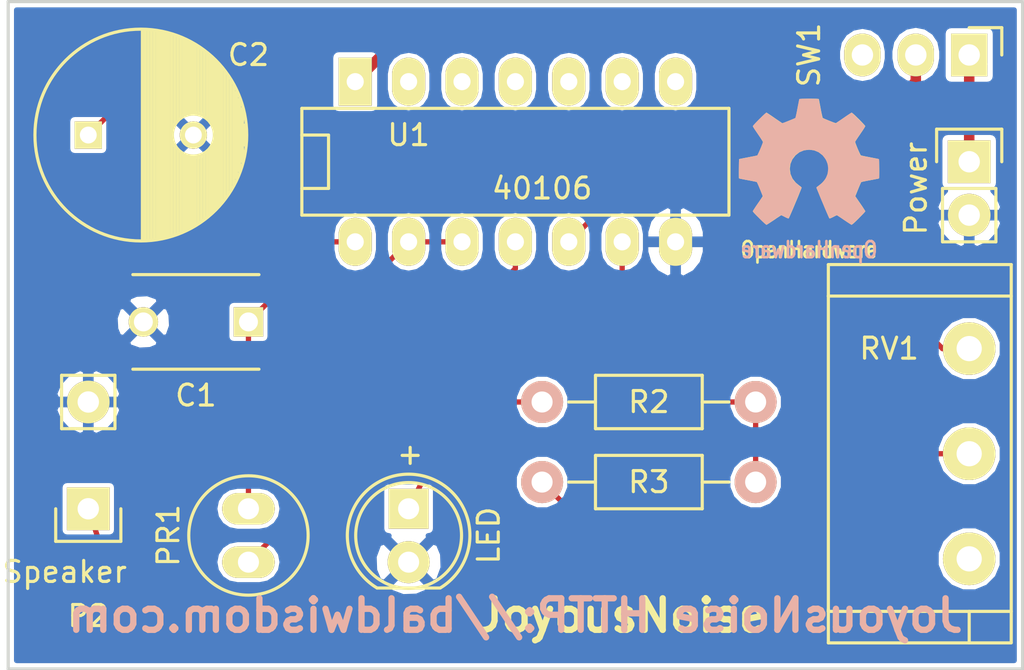
<source format=kicad_pcb>
(kicad_pcb (version 4) (host pcbnew "(2015-07-30 BZR 6023, Git cb629e0)-product")

  (general
    (links 0)
    (no_connects 0)
    (area 111.169939 50.724999 162.738334 83.15336)
    (thickness 1.6)
    (drawings 6)
    (tracks 42)
    (zones 0)
    (modules 13)
    (nets 12)
  )

  (page A4)
  (layers
    (0 F.Cu signal)
    (31 B.Cu signal hide)
    (32 B.Adhes user)
    (33 F.Adhes user)
    (34 B.Paste user)
    (35 F.Paste user)
    (36 B.SilkS user)
    (37 F.SilkS user)
    (38 B.Mask user)
    (39 F.Mask user)
    (40 Dwgs.User user)
    (41 Cmts.User user)
    (42 Eco1.User user)
    (43 Eco2.User user)
    (44 Edge.Cuts user)
    (45 Margin user)
    (46 B.CrtYd user)
    (47 F.CrtYd user)
    (48 B.Fab user)
    (49 F.Fab user)
  )

  (setup
    (last_trace_width 0.25)
    (trace_clearance 0.2)
    (zone_clearance 0.2)
    (zone_45_only no)
    (trace_min 0.2)
    (segment_width 0.2)
    (edge_width 0.15)
    (via_size 0.6)
    (via_drill 0.4)
    (via_min_size 0.4)
    (via_min_drill 0.3)
    (uvia_size 0.3)
    (uvia_drill 0.1)
    (uvias_allowed no)
    (uvia_min_size 0.2)
    (uvia_min_drill 0.1)
    (pcb_text_width 0.3)
    (pcb_text_size 1.5 1.5)
    (mod_edge_width 0.15)
    (mod_text_size 1 1)
    (mod_text_width 0.15)
    (pad_size 1.524 1.524)
    (pad_drill 0.762)
    (pad_to_mask_clearance 0.2)
    (aux_axis_origin 0 0)
    (visible_elements 7FFFFFFF)
    (pcbplotparams
      (layerselection 0x00030_80000001)
      (usegerberextensions false)
      (excludeedgelayer true)
      (linewidth 0.100000)
      (plotframeref false)
      (viasonmask false)
      (mode 1)
      (useauxorigin false)
      (hpglpennumber 1)
      (hpglpenspeed 20)
      (hpglpendiameter 15)
      (hpglpenoverlay 2)
      (psnegative false)
      (psa4output false)
      (plotreference true)
      (plotvalue false)
      (plotinvisibletext false)
      (padsonsilk false)
      (subtractmaskfromsilk false)
      (outputformat 1)
      (mirror false)
      (drillshape 0)
      (scaleselection 1)
      (outputdirectory ""))
  )

  (net 0 "")
  (net 1 "Net-(C1-Pad1)")
  (net 2 GND)
  (net 3 "Net-(C2-Pad1)")
  (net 4 "Net-(D1-Pad2)")
  (net 5 VCC)
  (net 6 "Net-(PR1-Pad1)")
  (net 7 "Net-(P1-Pad1)")
  (net 8 /OUT)
  (net 9 "Net-(R2-Pad2)")
  (net 10 "Net-(R3-Pad1)")
  (net 11 "Net-(RV1-Pad3)")

  (net_class Default "This is the default net class."
    (clearance 0.2)
    (trace_width 0.25)
    (via_dia 0.6)
    (via_drill 0.4)
    (uvia_dia 0.3)
    (uvia_drill 0.1)
    (add_net /OUT)
    (add_net "Net-(C1-Pad1)")
    (add_net "Net-(C2-Pad1)")
    (add_net "Net-(D1-Pad2)")
    (add_net "Net-(PR1-Pad1)")
    (add_net "Net-(R2-Pad2)")
    (add_net "Net-(R3-Pad1)")
    (add_net "Net-(RV1-Pad3)")
  )

  (net_class PowerNets ""
    (clearance 0.25)
    (trace_width 0.5)
    (via_dia 0.6)
    (via_drill 0.4)
    (uvia_dia 0.3)
    (uvia_drill 0.1)
    (add_net GND)
    (add_net "Net-(P1-Pad1)")
    (add_net VCC)
  )

  (module lib:OSHW_6mm (layer B.Cu) (tedit 4FDC1E18) (tstamp 56031550)
    (at 149.86 58.42 180)
    (fp_text reference G*** (at 0 -1.016 180) (layer B.SilkS) hide
      (effects (font (size 0.3048 0.3048) (thickness 0.06096)) (justify mirror))
    )
    (fp_text value LOGO (at 0 0.127 180) (layer B.SilkS) hide
      (effects (font (size 0.3048 0.3048) (thickness 0.06096)) (justify mirror))
    )
    (fp_text user OpenHardware (at 0 -4.191 180) (layer B.SilkS)
      (effects (font (size 0.762 0.6096) (thickness 0.127)) (justify mirror))
    )
    (fp_poly (pts (xy -2.02438 -2.99974) (xy -1.98882 -2.97942) (xy -1.91008 -2.93116) (xy -1.79832 -2.8575)
      (xy -1.66624 -2.77114) (xy -1.53416 -2.6797) (xy -1.42494 -2.60858) (xy -1.34874 -2.55778)
      (xy -1.31826 -2.54) (xy -1.30048 -2.54762) (xy -1.23698 -2.5781) (xy -1.14808 -2.62382)
      (xy -1.09474 -2.65176) (xy -1.01092 -2.68732) (xy -0.96774 -2.69494) (xy -0.96266 -2.68478)
      (xy -0.93218 -2.62128) (xy -0.88392 -2.51206) (xy -0.82042 -2.36728) (xy -0.74676 -2.1971)
      (xy -0.67056 -2.01422) (xy -0.59182 -1.8288) (xy -0.51816 -1.651) (xy -0.45466 -1.49098)
      (xy -0.40132 -1.3589) (xy -0.36576 -1.27) (xy -0.35306 -1.2319) (xy -0.35814 -1.22174)
      (xy -0.39878 -1.1811) (xy -0.47244 -1.12776) (xy -0.62992 -0.99822) (xy -0.7874 -0.80518)
      (xy -0.88138 -0.5842) (xy -0.9144 -0.33782) (xy -0.88646 -0.10922) (xy -0.79756 0.10922)
      (xy -0.64516 0.3048) (xy -0.45974 0.45212) (xy -0.24384 0.54356) (xy 0 0.57404)
      (xy 0.23114 0.54864) (xy 0.45466 0.45974) (xy 0.65278 0.30988) (xy 0.7366 0.21336)
      (xy 0.8509 0.01524) (xy 0.9144 -0.19812) (xy 0.92202 -0.254) (xy 0.91186 -0.48768)
      (xy 0.84328 -0.7112) (xy 0.71882 -0.91186) (xy 0.54864 -1.07696) (xy 0.52578 -1.0922)
      (xy 0.44704 -1.15316) (xy 0.3937 -1.1938) (xy 0.35052 -1.22682) (xy 0.65024 -1.94564)
      (xy 0.6985 -2.05994) (xy 0.77978 -2.25806) (xy 0.8509 -2.4257) (xy 0.90932 -2.56032)
      (xy 0.94996 -2.65176) (xy 0.96774 -2.68732) (xy 0.96774 -2.68986) (xy 0.99568 -2.69494)
      (xy 1.04902 -2.67462) (xy 1.15062 -2.62636) (xy 1.21666 -2.5908) (xy 1.29286 -2.55524)
      (xy 1.32842 -2.54) (xy 1.35636 -2.55778) (xy 1.43002 -2.6035) (xy 1.5367 -2.67462)
      (xy 1.66624 -2.76352) (xy 1.78816 -2.84734) (xy 1.89992 -2.921) (xy 1.9812 -2.97434)
      (xy 2.02184 -2.99466) (xy 2.02692 -2.99466) (xy 2.06248 -2.97434) (xy 2.12852 -2.921)
      (xy 2.22504 -2.82956) (xy 2.36474 -2.6924) (xy 2.38506 -2.66954) (xy 2.49936 -2.55524)
      (xy 2.5908 -2.45872) (xy 2.6543 -2.3876) (xy 2.67716 -2.35712) (xy 2.67716 -2.35712)
      (xy 2.65684 -2.31902) (xy 2.6035 -2.2352) (xy 2.52984 -2.1209) (xy 2.4384 -1.98882)
      (xy 2.19964 -1.64338) (xy 2.33172 -1.31572) (xy 2.37236 -1.21666) (xy 2.42316 -1.09474)
      (xy 2.46126 -1.00838) (xy 2.47904 -0.97028) (xy 2.5146 -0.95758) (xy 2.6035 -0.93726)
      (xy 2.73304 -0.90932) (xy 2.88798 -0.88138) (xy 3.0353 -0.85344) (xy 3.16738 -0.82804)
      (xy 3.2639 -0.81026) (xy 3.30708 -0.80264) (xy 3.31724 -0.79502) (xy 3.3274 -0.7747)
      (xy 3.33248 -0.72898) (xy 3.33502 -0.6477) (xy 3.33756 -0.5207) (xy 3.33756 -0.33782)
      (xy 3.33756 -0.3175) (xy 3.33502 -0.14224) (xy 3.33248 -0.00254) (xy 3.3274 0.0889)
      (xy 3.32232 0.12446) (xy 3.32232 0.12446) (xy 3.27914 0.13462) (xy 3.18516 0.15494)
      (xy 3.05308 0.18034) (xy 2.8956 0.21082) (xy 2.88544 0.21336) (xy 2.72796 0.24384)
      (xy 2.59334 0.27178) (xy 2.5019 0.2921) (xy 2.4638 0.3048) (xy 2.45364 0.31496)
      (xy 2.42316 0.37846) (xy 2.37744 0.47498) (xy 2.3241 0.59436) (xy 2.2733 0.71882)
      (xy 2.23012 0.83058) (xy 2.19964 0.9144) (xy 2.18948 0.9525) (xy 2.18948 0.9525)
      (xy 2.21488 0.9906) (xy 2.26822 1.07188) (xy 2.34442 1.18618) (xy 2.4384 1.3208)
      (xy 2.44348 1.33096) (xy 2.53492 1.46304) (xy 2.60858 1.57734) (xy 2.65684 1.65862)
      (xy 2.67716 1.69418) (xy 2.67462 1.69672) (xy 2.64668 1.73482) (xy 2.5781 1.81102)
      (xy 2.48158 1.91262) (xy 2.36474 2.032) (xy 2.32664 2.06756) (xy 2.1971 2.19456)
      (xy 2.10566 2.27838) (xy 2.04978 2.32156) (xy 2.02438 2.33172) (xy 2.02184 2.33172)
      (xy 1.9812 2.30632) (xy 1.89738 2.25044) (xy 1.78308 2.17424) (xy 1.64846 2.0828)
      (xy 1.6383 2.07518) (xy 1.50622 1.98374) (xy 1.39446 1.91008) (xy 1.31572 1.85674)
      (xy 1.28016 1.83642) (xy 1.27508 1.83642) (xy 1.2192 1.85166) (xy 1.12522 1.88468)
      (xy 1.00838 1.9304) (xy 0.88392 1.9812) (xy 0.77216 2.02692) (xy 0.68834 2.06502)
      (xy 0.65024 2.08788) (xy 0.6477 2.09042) (xy 0.635 2.13868) (xy 0.61214 2.23774)
      (xy 0.58166 2.3749) (xy 0.55118 2.54) (xy 0.5461 2.5654) (xy 0.51562 2.72542)
      (xy 0.49022 2.85496) (xy 0.47244 2.9464) (xy 0.46228 2.9845) (xy 0.43942 2.98958)
      (xy 0.36322 2.99466) (xy 0.24384 2.9972) (xy 0.1016 2.99974) (xy -0.0508 2.99974)
      (xy -0.19812 2.99466) (xy -0.32258 2.99212) (xy -0.41402 2.9845) (xy -0.45212 2.97688)
      (xy -0.45212 2.97434) (xy -0.46736 2.92608) (xy -0.48768 2.82702) (xy -0.51562 2.68732)
      (xy -0.54864 2.52476) (xy -0.55372 2.49428) (xy -0.5842 2.3368) (xy -0.6096 2.20726)
      (xy -0.62992 2.11582) (xy -0.64008 2.08026) (xy -0.65278 2.07264) (xy -0.71882 2.0447)
      (xy -0.8255 2.00152) (xy -0.95758 1.94818) (xy -1.26238 1.82372) (xy -1.6383 2.08026)
      (xy -1.67132 2.10312) (xy -1.80594 2.1971) (xy -1.9177 2.27076) (xy -1.9939 2.31902)
      (xy -2.02692 2.3368) (xy -2.02946 2.3368) (xy -2.06756 2.30378) (xy -2.14122 2.2352)
      (xy -2.24282 2.13614) (xy -2.35966 2.01676) (xy -2.44856 1.9304) (xy -2.55016 1.82626)
      (xy -2.6162 1.75514) (xy -2.65176 1.70942) (xy -2.66446 1.68148) (xy -2.66192 1.6637)
      (xy -2.63652 1.6256) (xy -2.58318 1.54178) (xy -2.50444 1.43002) (xy -2.413 1.2954)
      (xy -2.33934 1.18618) (xy -2.25806 1.05918) (xy -2.20472 0.97028) (xy -2.18694 0.9271)
      (xy -2.19202 0.90678) (xy -2.21742 0.83566) (xy -2.2606 0.7239) (xy -2.31902 0.59182)
      (xy -2.44856 0.29464) (xy -2.6416 0.25654) (xy -2.76098 0.23622) (xy -2.92608 0.2032)
      (xy -3.08356 0.17272) (xy -3.32994 0.12446) (xy -3.33756 -0.77978) (xy -3.29946 -0.79502)
      (xy -3.2639 -0.80518) (xy -3.17246 -0.8255) (xy -3.04292 -0.8509) (xy -2.88798 -0.87884)
      (xy -2.75844 -0.90424) (xy -2.62636 -0.92964) (xy -2.52984 -0.94742) (xy -2.4892 -0.95758)
      (xy -2.47904 -0.97028) (xy -2.44602 -1.03378) (xy -2.39776 -1.13538) (xy -2.34696 -1.2573)
      (xy -2.29362 -1.3843) (xy -2.2479 -1.50114) (xy -2.21488 -1.59004) (xy -2.20218 -1.6383)
      (xy -2.21996 -1.67132) (xy -2.27076 -1.75006) (xy -2.34188 -1.85928) (xy -2.43332 -1.99136)
      (xy -2.52222 -2.1209) (xy -2.59842 -2.2352) (xy -2.64922 -2.31394) (xy -2.67208 -2.35204)
      (xy -2.66192 -2.37744) (xy -2.60858 -2.44094) (xy -2.50952 -2.54254) (xy -2.3622 -2.68732)
      (xy -2.33934 -2.71018) (xy -2.2225 -2.82448) (xy -2.12344 -2.91592) (xy -2.05486 -2.97688)
      (xy -2.02438 -2.99974)) (layer B.SilkS) (width 0.00254))
  )

  (module lib:C_Disc_D6_P5 (layer F.Cu) (tedit 0) (tstamp 56030A8A)
    (at 123.19 66.04 180)
    (descr "Capacitor 6mm Disc, Pitch 5mm")
    (tags Capacitor)
    (path /56031B76)
    (fp_text reference C1 (at 2.5 -3.5 180) (layer F.SilkS)
      (effects (font (size 1 1) (thickness 0.15)))
    )
    (fp_text value C (at 2.5 3.5 180) (layer F.Fab)
      (effects (font (size 1 1) (thickness 0.15)))
    )
    (fp_line (start -0.95 -2.5) (end 5.95 -2.5) (layer F.CrtYd) (width 0.05))
    (fp_line (start 5.95 -2.5) (end 5.95 2.5) (layer F.CrtYd) (width 0.05))
    (fp_line (start 5.95 2.5) (end -0.95 2.5) (layer F.CrtYd) (width 0.05))
    (fp_line (start -0.95 2.5) (end -0.95 -2.5) (layer F.CrtYd) (width 0.05))
    (fp_line (start -0.5 -2.25) (end 5.5 -2.25) (layer F.SilkS) (width 0.15))
    (fp_line (start 5.5 2.25) (end -0.5 2.25) (layer F.SilkS) (width 0.15))
    (pad 1 thru_hole rect (at 0 0 180) (size 1.4 1.4) (drill 0.9) (layers *.Cu *.Mask F.SilkS)
      (net 1 "Net-(C1-Pad1)"))
    (pad 2 thru_hole circle (at 5 0 180) (size 1.4 1.4) (drill 0.9) (layers *.Cu *.Mask F.SilkS)
      (net 2 GND))
    (model Capacitors_ThroughHole.3dshapes/C_Disc_D6_P5.wrl
      (at (xyz 0.0984252 0 0))
      (scale (xyz 1 1 1))
      (rotate (xyz 0 0 0))
    )
  )

  (module lib:C_Radial_D10_L20_P5 (layer F.Cu) (tedit 5603109C) (tstamp 56030A95)
    (at 115.57 57.15)
    (descr "Radial Electrolytic Capacitor Diameter 10mm x Length 20mm, Pitch 5mm")
    (tags "Electrolytic Capacitor")
    (path /5603332C)
    (fp_text reference C2 (at 7.62 -3.81) (layer F.SilkS)
      (effects (font (size 1 1) (thickness 0.15)))
    )
    (fp_text value CP (at 2.5 6.3) (layer F.Fab)
      (effects (font (size 1 1) (thickness 0.15)))
    )
    (fp_line (start 2.575 -4.999) (end 2.575 4.999) (layer F.SilkS) (width 0.15))
    (fp_line (start 2.715 -4.995) (end 2.715 4.995) (layer F.SilkS) (width 0.15))
    (fp_line (start 2.855 -4.987) (end 2.855 4.987) (layer F.SilkS) (width 0.15))
    (fp_line (start 2.995 -4.975) (end 2.995 4.975) (layer F.SilkS) (width 0.15))
    (fp_line (start 3.135 -4.96) (end 3.135 4.96) (layer F.SilkS) (width 0.15))
    (fp_line (start 3.275 -4.94) (end 3.275 4.94) (layer F.SilkS) (width 0.15))
    (fp_line (start 3.415 -4.916) (end 3.415 4.916) (layer F.SilkS) (width 0.15))
    (fp_line (start 3.555 -4.887) (end 3.555 4.887) (layer F.SilkS) (width 0.15))
    (fp_line (start 3.695 -4.855) (end 3.695 4.855) (layer F.SilkS) (width 0.15))
    (fp_line (start 3.835 -4.818) (end 3.835 4.818) (layer F.SilkS) (width 0.15))
    (fp_line (start 3.975 -4.777) (end 3.975 4.777) (layer F.SilkS) (width 0.15))
    (fp_line (start 4.115 -4.732) (end 4.115 -0.466) (layer F.SilkS) (width 0.15))
    (fp_line (start 4.115 0.466) (end 4.115 4.732) (layer F.SilkS) (width 0.15))
    (fp_line (start 4.255 -4.682) (end 4.255 -0.667) (layer F.SilkS) (width 0.15))
    (fp_line (start 4.255 0.667) (end 4.255 4.682) (layer F.SilkS) (width 0.15))
    (fp_line (start 4.395 -4.627) (end 4.395 -0.796) (layer F.SilkS) (width 0.15))
    (fp_line (start 4.395 0.796) (end 4.395 4.627) (layer F.SilkS) (width 0.15))
    (fp_line (start 4.535 -4.567) (end 4.535 -0.885) (layer F.SilkS) (width 0.15))
    (fp_line (start 4.535 0.885) (end 4.535 4.567) (layer F.SilkS) (width 0.15))
    (fp_line (start 4.675 -4.502) (end 4.675 -0.946) (layer F.SilkS) (width 0.15))
    (fp_line (start 4.675 0.946) (end 4.675 4.502) (layer F.SilkS) (width 0.15))
    (fp_line (start 4.815 -4.432) (end 4.815 -0.983) (layer F.SilkS) (width 0.15))
    (fp_line (start 4.815 0.983) (end 4.815 4.432) (layer F.SilkS) (width 0.15))
    (fp_line (start 4.955 -4.356) (end 4.955 -0.999) (layer F.SilkS) (width 0.15))
    (fp_line (start 4.955 0.999) (end 4.955 4.356) (layer F.SilkS) (width 0.15))
    (fp_line (start 5.095 -4.274) (end 5.095 -0.995) (layer F.SilkS) (width 0.15))
    (fp_line (start 5.095 0.995) (end 5.095 4.274) (layer F.SilkS) (width 0.15))
    (fp_line (start 5.235 -4.186) (end 5.235 -0.972) (layer F.SilkS) (width 0.15))
    (fp_line (start 5.235 0.972) (end 5.235 4.186) (layer F.SilkS) (width 0.15))
    (fp_line (start 5.375 -4.091) (end 5.375 -0.927) (layer F.SilkS) (width 0.15))
    (fp_line (start 5.375 0.927) (end 5.375 4.091) (layer F.SilkS) (width 0.15))
    (fp_line (start 5.515 -3.989) (end 5.515 -0.857) (layer F.SilkS) (width 0.15))
    (fp_line (start 5.515 0.857) (end 5.515 3.989) (layer F.SilkS) (width 0.15))
    (fp_line (start 5.655 -3.879) (end 5.655 -0.756) (layer F.SilkS) (width 0.15))
    (fp_line (start 5.655 0.756) (end 5.655 3.879) (layer F.SilkS) (width 0.15))
    (fp_line (start 5.795 -3.761) (end 5.795 -0.607) (layer F.SilkS) (width 0.15))
    (fp_line (start 5.795 0.607) (end 5.795 3.761) (layer F.SilkS) (width 0.15))
    (fp_line (start 5.935 -3.633) (end 5.935 -0.355) (layer F.SilkS) (width 0.15))
    (fp_line (start 5.935 0.355) (end 5.935 3.633) (layer F.SilkS) (width 0.15))
    (fp_line (start 6.075 -3.496) (end 6.075 3.496) (layer F.SilkS) (width 0.15))
    (fp_line (start 6.215 -3.346) (end 6.215 3.346) (layer F.SilkS) (width 0.15))
    (fp_line (start 6.355 -3.184) (end 6.355 3.184) (layer F.SilkS) (width 0.15))
    (fp_line (start 6.495 -3.007) (end 6.495 3.007) (layer F.SilkS) (width 0.15))
    (fp_line (start 6.635 -2.811) (end 6.635 2.811) (layer F.SilkS) (width 0.15))
    (fp_line (start 6.775 -2.593) (end 6.775 2.593) (layer F.SilkS) (width 0.15))
    (fp_line (start 6.915 -2.347) (end 6.915 2.347) (layer F.SilkS) (width 0.15))
    (fp_line (start 7.055 -2.062) (end 7.055 2.062) (layer F.SilkS) (width 0.15))
    (fp_line (start 7.195 -1.72) (end 7.195 1.72) (layer F.SilkS) (width 0.15))
    (fp_line (start 7.335 -1.274) (end 7.335 1.274) (layer F.SilkS) (width 0.15))
    (fp_line (start 7.475 -0.499) (end 7.475 0.499) (layer F.SilkS) (width 0.15))
    (fp_circle (center 5 0) (end 5 -1) (layer F.SilkS) (width 0.15))
    (fp_circle (center 2.5 0) (end 2.5 -5.0375) (layer F.SilkS) (width 0.15))
    (fp_circle (center 2.5 0) (end 2.5 -5.3) (layer F.CrtYd) (width 0.05))
    (pad 1 thru_hole rect (at 0 0) (size 1.3 1.3) (drill 0.8) (layers *.Cu *.Mask F.SilkS)
      (net 3 "Net-(C2-Pad1)"))
    (pad 2 thru_hole circle (at 5 0) (size 1.3 1.3) (drill 0.8) (layers *.Cu *.Mask F.SilkS)
      (net 2 GND))
    (model Capacitors_ThroughHole.3dshapes/C_Radial_D10_L20_P5.wrl
      (at (xyz 0 0 0))
      (scale (xyz 1 1 1))
      (rotate (xyz 0 0 0))
    )
  )

  (module lib:LED-5MM (layer F.Cu) (tedit 560310AD) (tstamp 56030ACF)
    (at 130.81 77.47 90)
    (descr "LED 5mm round vertical")
    (tags "LED 5mm round vertical")
    (path /5603397D)
    (fp_text reference D1 (at 1.524 4.064 180) (layer F.SilkS) hide
      (effects (font (size 1 1) (thickness 0.15)))
    )
    (fp_text value LED (at 1.27 3.81 90) (layer F.SilkS)
      (effects (font (size 1 1) (thickness 0.15)))
    )
    (fp_text user + (at 5.08 0 90) (layer F.SilkS)
      (effects (font (size 1 1) (thickness 0.15)))
    )
    (fp_line (start -1.5 -1.55) (end -1.5 1.55) (layer F.CrtYd) (width 0.05))
    (fp_arc (start 1.3 0) (end -1.5 1.55) (angle -302) (layer F.CrtYd) (width 0.05))
    (fp_arc (start 1.27 0) (end -1.23 -1.5) (angle 297.5) (layer F.SilkS) (width 0.15))
    (fp_line (start -1.23 1.5) (end -1.23 -1.5) (layer F.SilkS) (width 0.15))
    (fp_circle (center 1.27 0) (end 0.97 -2.5) (layer F.SilkS) (width 0.15))
    (pad 1 thru_hole circle (at 0 0 180) (size 2 2) (drill 1.00076) (layers *.Cu *.Mask F.SilkS)
      (net 2 GND))
    (pad 2 thru_hole rect (at 2.54 0 90) (size 1.9 1.9) (drill 1.00076) (layers *.Cu *.Mask F.SilkS)
      (net 4 "Net-(D1-Pad2)"))
    (model LEDs.3dshapes/LED-5MM.wrl
      (at (xyz 0.05 0 0))
      (scale (xyz 1 1 1))
      (rotate (xyz 0 0 90))
    )
  )

  (module lib:Pin_Header_Straight_1x02 (layer F.Cu) (tedit 56031224) (tstamp 56030ADA)
    (at 157.48 58.42)
    (descr "Through hole pin header")
    (tags "pin header")
    (path /56033CA4)
    (fp_text reference P1 (at 0 -5.1) (layer F.SilkS)
      (effects (font (size 1 1) (thickness 0.15)))
    )
    (fp_text value Power (at -2.54 1.27 90) (layer F.SilkS)
      (effects (font (size 1 1) (thickness 0.15)))
    )
    (fp_line (start 1.27 1.27) (end 1.27 3.81) (layer F.SilkS) (width 0.15))
    (fp_line (start 1.55 -1.55) (end 1.55 0) (layer F.SilkS) (width 0.15))
    (fp_line (start -1.75 -1.75) (end -1.75 4.3) (layer F.CrtYd) (width 0.05))
    (fp_line (start 1.75 -1.75) (end 1.75 4.3) (layer F.CrtYd) (width 0.05))
    (fp_line (start -1.75 -1.75) (end 1.75 -1.75) (layer F.CrtYd) (width 0.05))
    (fp_line (start -1.75 4.3) (end 1.75 4.3) (layer F.CrtYd) (width 0.05))
    (fp_line (start 1.27 1.27) (end -1.27 1.27) (layer F.SilkS) (width 0.15))
    (fp_line (start -1.55 0) (end -1.55 -1.55) (layer F.SilkS) (width 0.15))
    (fp_line (start -1.55 -1.55) (end 1.55 -1.55) (layer F.SilkS) (width 0.15))
    (fp_line (start -1.27 1.27) (end -1.27 3.81) (layer F.SilkS) (width 0.15))
    (fp_line (start -1.27 3.81) (end 1.27 3.81) (layer F.SilkS) (width 0.15))
    (pad 1 thru_hole rect (at 0 0) (size 2.032 2.032) (drill 1.016) (layers *.Cu *.Mask F.SilkS)
      (net 7 "Net-(P1-Pad1)"))
    (pad 2 thru_hole oval (at 0 2.54) (size 2.032 2.032) (drill 1.016) (layers *.Cu *.Mask F.SilkS)
      (net 2 GND))
    (model Pin_Headers.3dshapes/Pin_Header_Straight_1x02.wrl
      (at (xyz 0 -0.05 0))
      (scale (xyz 1 1 1))
      (rotate (xyz 0 0 90))
    )
  )

  (module lib:Speaker_conn (layer F.Cu) (tedit 5602B96A) (tstamp 56030ADF)
    (at 115.57 74.93 180)
    (descr "Through hole pin header")
    (tags "pin header")
    (path /560326C5)
    (fp_text reference P2 (at 0 -5.1 180) (layer F.SilkS)
      (effects (font (size 1 1) (thickness 0.15)))
    )
    (fp_text value Speaker (at 1.12268 -3.00228 180) (layer F.SilkS)
      (effects (font (size 1 1) (thickness 0.15)))
    )
    (fp_line (start 1.27 3.81) (end 1.27 6.35) (layer F.SilkS) (width 0.15))
    (fp_line (start 1.55 -1.55) (end 1.55 0) (layer F.SilkS) (width 0.15))
    (fp_line (start -1.75 -1.75) (end -1.75 6.84) (layer F.CrtYd) (width 0.05))
    (fp_line (start 1.75 -1.75) (end 1.75 6.84) (layer F.CrtYd) (width 0.05))
    (fp_line (start -1.75 -1.75) (end 1.75 -1.75) (layer F.CrtYd) (width 0.05))
    (fp_line (start -1.75 6.84) (end 1.75 6.84) (layer F.CrtYd) (width 0.05))
    (fp_line (start 1.27 3.81) (end -1.27 3.81) (layer F.SilkS) (width 0.15))
    (fp_line (start -1.55 0) (end -1.55 -1.55) (layer F.SilkS) (width 0.15))
    (fp_line (start -1.55 -1.55) (end 1.55 -1.55) (layer F.SilkS) (width 0.15))
    (fp_line (start -1.27 3.81) (end -1.27 6.35) (layer F.SilkS) (width 0.15))
    (fp_line (start -1.27 6.35) (end 1.27 6.35) (layer F.SilkS) (width 0.15))
    (pad 1 thru_hole rect (at 0 0 180) (size 2.032 2.032) (drill 1.016) (layers *.Cu *.Mask F.SilkS)
      (net 8 /OUT))
    (pad 2 thru_hole oval (at 0 5.08 180) (size 2.032 2.032) (drill 1.016) (layers *.Cu *.Mask F.SilkS)
      (net 2 GND))
    (model Pin_Headers.3dshapes/Pin_Header_Straight_1x02.wrl
      (at (xyz 0 -0.05 0))
      (scale (xyz 1 1 1))
      (rotate (xyz 0 0 90))
    )
  )

  (module lib:PhotoResistor (layer F.Cu) (tedit 5603102D) (tstamp 56030AEF)
    (at 123.19 76.2 90)
    (descr "Resistor, TO-220, Vertical,")
    (tags "Resistor, TO-220, Vertical,")
    (path /56031ADB)
    (fp_text reference PR1 (at 0 -3.81 90) (layer F.SilkS)
      (effects (font (size 1 1) (thickness 0.15)))
    )
    (fp_text value Photores (at 0 3.81 90) (layer F.Fab) hide
      (effects (font (size 1 1) (thickness 0.15)))
    )
    (fp_circle (center 0 0) (end -2.54 1.27) (layer F.SilkS) (width 0.15))
    (pad 1 thru_hole oval (at -1.27 0 180) (size 2.49936 1.50114) (drill 1.00076) (layers *.Cu *.Mask F.SilkS)
      (net 6 "Net-(PR1-Pad1)"))
    (pad 2 thru_hole oval (at 1.27 0 180) (size 2.49936 1.50114) (drill 1.00076) (layers *.Cu *.Mask F.SilkS)
      (net 1 "Net-(C1-Pad1)"))
  )

  (module lib:Resistor_Horizontal_RM10mm (layer F.Cu) (tedit 5603107D) (tstamp 56030AF5)
    (at 142.24 69.85)
    (descr "Resistor, Axial,  RM 10mm, 1/3W,")
    (tags "Resistor, Axial, RM 10mm, 1/3W,")
    (path /5603315B)
    (fp_text reference R2 (at 0 0) (layer F.SilkS)
      (effects (font (size 1 1) (thickness 0.15)))
    )
    (fp_text value R (at 3.81 1.27) (layer F.Fab) hide
      (effects (font (size 1 1) (thickness 0.15)))
    )
    (fp_line (start -2.54 -1.27) (end 2.54 -1.27) (layer F.SilkS) (width 0.15))
    (fp_line (start 2.54 -1.27) (end 2.54 1.27) (layer F.SilkS) (width 0.15))
    (fp_line (start 2.54 1.27) (end -2.54 1.27) (layer F.SilkS) (width 0.15))
    (fp_line (start -2.54 1.27) (end -2.54 -1.27) (layer F.SilkS) (width 0.15))
    (fp_line (start -2.54 0) (end -3.81 0) (layer F.SilkS) (width 0.15))
    (fp_line (start 2.54 0) (end 3.81 0) (layer F.SilkS) (width 0.15))
    (pad 1 thru_hole circle (at -5.08 0) (size 1.99898 1.99898) (drill 1.00076) (layers *.Cu *.SilkS *.Mask)
      (net 4 "Net-(D1-Pad2)"))
    (pad 2 thru_hole circle (at 5.08 0) (size 1.99898 1.99898) (drill 1.00076) (layers *.Cu *.SilkS *.Mask)
      (net 9 "Net-(R2-Pad2)"))
    (model Resistors_ThroughHole.3dshapes/Resistor_Horizontal_RM10mm.wrl
      (at (xyz 0 0 0))
      (scale (xyz 0.4 0.4 0.4))
      (rotate (xyz 0 0 0))
    )
  )

  (module lib:Resistor_Horizontal_RM10mm (layer F.Cu) (tedit 56031074) (tstamp 56030B0B)
    (at 142.24 73.66)
    (descr "Resistor, Axial,  RM 10mm, 1/3W,")
    (tags "Resistor, Axial, RM 10mm, 1/3W,")
    (path /560330E2)
    (fp_text reference R3 (at 0 0) (layer F.SilkS)
      (effects (font (size 1 1) (thickness 0.15)))
    )
    (fp_text value R (at 3.81 1.27) (layer F.Fab) hide
      (effects (font (size 1 1) (thickness 0.15)))
    )
    (fp_line (start -2.54 -1.27) (end 2.54 -1.27) (layer F.SilkS) (width 0.15))
    (fp_line (start 2.54 -1.27) (end 2.54 1.27) (layer F.SilkS) (width 0.15))
    (fp_line (start 2.54 1.27) (end -2.54 1.27) (layer F.SilkS) (width 0.15))
    (fp_line (start -2.54 1.27) (end -2.54 -1.27) (layer F.SilkS) (width 0.15))
    (fp_line (start -2.54 0) (end -3.81 0) (layer F.SilkS) (width 0.15))
    (fp_line (start 2.54 0) (end 3.81 0) (layer F.SilkS) (width 0.15))
    (pad 1 thru_hole circle (at -5.08 0) (size 1.99898 1.99898) (drill 1.00076) (layers *.Cu *.SilkS *.Mask)
      (net 10 "Net-(R3-Pad1)"))
    (pad 2 thru_hole circle (at 5.08 0) (size 1.99898 1.99898) (drill 1.00076) (layers *.Cu *.SilkS *.Mask)
      (net 9 "Net-(R2-Pad2)"))
    (model Resistors_ThroughHole.3dshapes/Resistor_Horizontal_RM10mm.wrl
      (at (xyz 0 0 0))
      (scale (xyz 0.4 0.4 0.4))
      (rotate (xyz 0 0 0))
    )
  )

  (module lib:Potentiometer_Alps-RK16-single (layer F.Cu) (tedit 560310B9) (tstamp 56030B1C)
    (at 157.48 67.31)
    (descr "Potentiometer, Alps, RK16, single, RevA, 30 July 2010,")
    (tags "Potentiometer, Alps, RK16, single, RevA, 30 July 2010,")
    (path /56032CA1)
    (fp_text reference RV1 (at -3.81 0) (layer F.SilkS)
      (effects (font (size 1 1) (thickness 0.15)))
    )
    (fp_text value POT (at -0.85598 14.81836) (layer F.Fab) hide
      (effects (font (size 1 1) (thickness 0.15)))
    )
    (fp_line (start 2 13.97) (end 2 -3.99796) (layer F.SilkS) (width 0.15))
    (fp_line (start 0 14.00048) (end -6.70052 14.00048) (layer F.SilkS) (width 0.15))
    (fp_line (start -6.70052 14.00048) (end -6.70052 12.40028) (layer F.SilkS) (width 0.15))
    (fp_line (start 2 -3.99796) (end -6.70052 -3.99796) (layer F.SilkS) (width 0.15))
    (fp_line (start -6.70052 -3.99796) (end -6.70052 -2.49936) (layer F.SilkS) (width 0.15))
    (fp_line (start 2 14.00048) (end 0 14.00048) (layer F.SilkS) (width 0.15))
    (fp_line (start 0 14.00048) (end 0 12.50188) (layer F.SilkS) (width 0.15))
    (fp_line (start 2 -2.49936) (end -6.70052 -2.49936) (layer F.SilkS) (width 0.15))
    (fp_line (start -6.70052 -2.49936) (end -6.70052 12.50188) (layer F.SilkS) (width 0.15))
    (fp_line (start -6.70052 12.50188) (end 2 12.50188) (layer F.SilkS) (width 0.15))
    (pad 2 thru_hole circle (at 0 5.00126) (size 2.49936 2.49936) (drill 1.19888) (layers *.Cu *.Mask F.SilkS)
      (net 10 "Net-(R3-Pad1)"))
    (pad 3 thru_hole circle (at 0 10.00252) (size 2.49936 2.49936) (drill 1.19888) (layers *.Cu *.Mask F.SilkS)
      (net 11 "Net-(RV1-Pad3)"))
    (pad 1 thru_hole circle (at 0 0) (size 2.49936 2.49936) (drill 1.19888) (layers *.Cu *.Mask F.SilkS)
      (net 3 "Net-(C2-Pad1)"))
  )

  (module lib:SM_SlideSW (layer F.Cu) (tedit 560310DD) (tstamp 56030B29)
    (at 157.48 53.34 270)
    (descr "Through hole pin header")
    (tags "pin header")
    (path /56034649)
    (fp_text reference SW1 (at 0 7.62 270) (layer F.SilkS)
      (effects (font (size 1 1) (thickness 0.15)))
    )
    (fp_text value SPST (at 0 -3.1 270) (layer F.Fab) hide
      (effects (font (size 1 1) (thickness 0.15)))
    )
    (fp_line (start 1.5 -1.75) (end 1.5 6.8326) (layer F.CrtYd) (width 0.05))
    (fp_line (start -1.5 -1.75) (end -1.5 6.85) (layer F.CrtYd) (width 0.05))
    (fp_line (start -1.5 -1.75) (end 1.5 -1.75) (layer F.CrtYd) (width 0.05))
    (fp_line (start -1.5 6.85) (end 1.5 6.85) (layer F.CrtYd) (width 0.05))
    (fp_line (start -1.3 -1.55) (end -1.3 0) (layer F.SilkS) (width 0.15))
    (fp_line (start 0 -1.55) (end -1.3 -1.55) (layer F.SilkS) (width 0.15))
    (pad 1 thru_hole rect (at 0 0 270) (size 2.032 1.7272) (drill 1.016) (layers *.Cu *.Mask F.SilkS)
      (net 7 "Net-(P1-Pad1)"))
    (pad 2 thru_hole oval (at 0 2.54 270) (size 2.032 1.7272) (drill 1.016) (layers *.Cu *.Mask F.SilkS)
      (net 5 VCC))
    (pad 3 thru_hole oval (at 0 5.08 270) (size 2.032 1.7272) (drill 1.016) (layers *.Cu *.Mask F.SilkS))
    (model Pin_Headers.3dshapes/Pin_Header_Angled_1x03.wrl
      (at (xyz 0 -0.1 0))
      (scale (xyz 1 1 1))
      (rotate (xyz 0 0 90))
    )
  )

  (module lib:DIP-14__300_ELL (layer F.Cu) (tedit 56031090) (tstamp 56030B2A)
    (at 135.89 58.42)
    (descr "14 pins DIL package, elliptical pads")
    (tags DIL)
    (path /56031A71)
    (fp_text reference U1 (at -5.08 -1.27) (layer F.SilkS)
      (effects (font (size 1 1) (thickness 0.15)))
    )
    (fp_text value 40106 (at 1.27 1.27) (layer F.SilkS)
      (effects (font (size 1 1) (thickness 0.15)))
    )
    (fp_line (start -10.16 -2.54) (end 10.16 -2.54) (layer F.SilkS) (width 0.15))
    (fp_line (start 10.16 2.54) (end -10.16 2.54) (layer F.SilkS) (width 0.15))
    (fp_line (start -10.16 2.54) (end -10.16 -2.54) (layer F.SilkS) (width 0.15))
    (fp_line (start -10.16 -1.27) (end -8.89 -1.27) (layer F.SilkS) (width 0.15))
    (fp_line (start -8.89 -1.27) (end -8.89 1.27) (layer F.SilkS) (width 0.15))
    (fp_line (start -8.89 1.27) (end -10.16 1.27) (layer F.SilkS) (width 0.15))
    (fp_line (start 10.16 -2.54) (end 10.16 2.54) (layer F.SilkS) (width 0.15))
    (pad 1 thru_hole oval (at -7.62 3.81) (size 1.5748 2.286) (drill 0.8128) (layers *.Cu *.Mask F.SilkS)
      (net 1 "Net-(C1-Pad1)"))
    (pad 2 thru_hole oval (at -5.08 3.81) (size 1.5748 2.286) (drill 0.8128) (layers *.Cu *.Mask F.SilkS)
      (net 6 "Net-(PR1-Pad1)"))
    (pad 3 thru_hole oval (at -2.54 3.81) (size 1.5748 2.286) (drill 0.8128) (layers *.Cu *.Mask F.SilkS)
      (net 6 "Net-(PR1-Pad1)"))
    (pad 4 thru_hole oval (at 0 3.81) (size 1.5748 2.286) (drill 0.8128) (layers *.Cu *.Mask F.SilkS)
      (net 8 /OUT))
    (pad 5 thru_hole oval (at 2.54 3.81) (size 1.5748 2.286) (drill 0.8128) (layers *.Cu *.Mask F.SilkS)
      (net 3 "Net-(C2-Pad1)"))
    (pad 6 thru_hole oval (at 5.08 3.81) (size 1.5748 2.286) (drill 0.8128) (layers *.Cu *.Mask F.SilkS)
      (net 9 "Net-(R2-Pad2)"))
    (pad 7 thru_hole oval (at 7.62 3.81) (size 1.5748 2.286) (drill 0.8128) (layers *.Cu *.Mask F.SilkS)
      (net 2 GND))
    (pad 8 thru_hole oval (at 7.62 -3.81) (size 1.5748 2.286) (drill 0.8128) (layers *.Cu *.Mask F.SilkS))
    (pad 9 thru_hole oval (at 5.08 -3.81) (size 1.5748 2.286) (drill 0.8128) (layers *.Cu *.Mask F.SilkS))
    (pad 10 thru_hole oval (at 2.54 -3.81) (size 1.5748 2.286) (drill 0.8128) (layers *.Cu *.Mask F.SilkS))
    (pad 11 thru_hole oval (at 0 -3.81) (size 1.5748 2.286) (drill 0.8128) (layers *.Cu *.Mask F.SilkS))
    (pad 12 thru_hole oval (at -2.54 -3.81) (size 1.5748 2.286) (drill 0.8128) (layers *.Cu *.Mask F.SilkS))
    (pad 13 thru_hole oval (at -5.08 -3.81) (size 1.5748 2.286) (drill 0.8128) (layers *.Cu *.Mask F.SilkS))
    (pad 14 thru_hole rect (at -7.62 -3.81) (size 1.5748 2.286) (drill 0.8128) (layers *.Cu *.Mask F.SilkS)
      (net 5 VCC))
    (model Sockets_DIP.3dshapes/DIP-14__300_ELL.wrl
      (at (xyz 0 0 0))
      (scale (xyz 1 1 1))
      (rotate (xyz 0 0 0))
    )
  )

  (module lib:OSHW_6mm (layer F.Cu) (tedit 4FDC1E18) (tstamp 56031544)
    (at 149.86 58.42)
    (fp_text reference G*** (at 0 1.016) (layer F.SilkS) hide
      (effects (font (size 0.3048 0.3048) (thickness 0.06096)))
    )
    (fp_text value LOGO (at 0 -0.127) (layer F.SilkS) hide
      (effects (font (size 0.3048 0.3048) (thickness 0.06096)))
    )
    (fp_text user OpenHardware (at 0 4.191) (layer F.SilkS)
      (effects (font (size 0.762 0.6096) (thickness 0.127)))
    )
    (fp_poly (pts (xy -2.02438 2.99974) (xy -1.98882 2.97942) (xy -1.91008 2.93116) (xy -1.79832 2.8575)
      (xy -1.66624 2.77114) (xy -1.53416 2.6797) (xy -1.42494 2.60858) (xy -1.34874 2.55778)
      (xy -1.31826 2.54) (xy -1.30048 2.54762) (xy -1.23698 2.5781) (xy -1.14808 2.62382)
      (xy -1.09474 2.65176) (xy -1.01092 2.68732) (xy -0.96774 2.69494) (xy -0.96266 2.68478)
      (xy -0.93218 2.62128) (xy -0.88392 2.51206) (xy -0.82042 2.36728) (xy -0.74676 2.1971)
      (xy -0.67056 2.01422) (xy -0.59182 1.8288) (xy -0.51816 1.651) (xy -0.45466 1.49098)
      (xy -0.40132 1.3589) (xy -0.36576 1.27) (xy -0.35306 1.2319) (xy -0.35814 1.22174)
      (xy -0.39878 1.1811) (xy -0.47244 1.12776) (xy -0.62992 0.99822) (xy -0.7874 0.80518)
      (xy -0.88138 0.5842) (xy -0.9144 0.33782) (xy -0.88646 0.10922) (xy -0.79756 -0.10922)
      (xy -0.64516 -0.3048) (xy -0.45974 -0.45212) (xy -0.24384 -0.54356) (xy 0 -0.57404)
      (xy 0.23114 -0.54864) (xy 0.45466 -0.45974) (xy 0.65278 -0.30988) (xy 0.7366 -0.21336)
      (xy 0.8509 -0.01524) (xy 0.9144 0.19812) (xy 0.92202 0.254) (xy 0.91186 0.48768)
      (xy 0.84328 0.7112) (xy 0.71882 0.91186) (xy 0.54864 1.07696) (xy 0.52578 1.0922)
      (xy 0.44704 1.15316) (xy 0.3937 1.1938) (xy 0.35052 1.22682) (xy 0.65024 1.94564)
      (xy 0.6985 2.05994) (xy 0.77978 2.25806) (xy 0.8509 2.4257) (xy 0.90932 2.56032)
      (xy 0.94996 2.65176) (xy 0.96774 2.68732) (xy 0.96774 2.68986) (xy 0.99568 2.69494)
      (xy 1.04902 2.67462) (xy 1.15062 2.62636) (xy 1.21666 2.5908) (xy 1.29286 2.55524)
      (xy 1.32842 2.54) (xy 1.35636 2.55778) (xy 1.43002 2.6035) (xy 1.5367 2.67462)
      (xy 1.66624 2.76352) (xy 1.78816 2.84734) (xy 1.89992 2.921) (xy 1.9812 2.97434)
      (xy 2.02184 2.99466) (xy 2.02692 2.99466) (xy 2.06248 2.97434) (xy 2.12852 2.921)
      (xy 2.22504 2.82956) (xy 2.36474 2.6924) (xy 2.38506 2.66954) (xy 2.49936 2.55524)
      (xy 2.5908 2.45872) (xy 2.6543 2.3876) (xy 2.67716 2.35712) (xy 2.67716 2.35712)
      (xy 2.65684 2.31902) (xy 2.6035 2.2352) (xy 2.52984 2.1209) (xy 2.4384 1.98882)
      (xy 2.19964 1.64338) (xy 2.33172 1.31572) (xy 2.37236 1.21666) (xy 2.42316 1.09474)
      (xy 2.46126 1.00838) (xy 2.47904 0.97028) (xy 2.5146 0.95758) (xy 2.6035 0.93726)
      (xy 2.73304 0.90932) (xy 2.88798 0.88138) (xy 3.0353 0.85344) (xy 3.16738 0.82804)
      (xy 3.2639 0.81026) (xy 3.30708 0.80264) (xy 3.31724 0.79502) (xy 3.3274 0.7747)
      (xy 3.33248 0.72898) (xy 3.33502 0.6477) (xy 3.33756 0.5207) (xy 3.33756 0.33782)
      (xy 3.33756 0.3175) (xy 3.33502 0.14224) (xy 3.33248 0.00254) (xy 3.3274 -0.0889)
      (xy 3.32232 -0.12446) (xy 3.32232 -0.12446) (xy 3.27914 -0.13462) (xy 3.18516 -0.15494)
      (xy 3.05308 -0.18034) (xy 2.8956 -0.21082) (xy 2.88544 -0.21336) (xy 2.72796 -0.24384)
      (xy 2.59334 -0.27178) (xy 2.5019 -0.2921) (xy 2.4638 -0.3048) (xy 2.45364 -0.31496)
      (xy 2.42316 -0.37846) (xy 2.37744 -0.47498) (xy 2.3241 -0.59436) (xy 2.2733 -0.71882)
      (xy 2.23012 -0.83058) (xy 2.19964 -0.9144) (xy 2.18948 -0.9525) (xy 2.18948 -0.9525)
      (xy 2.21488 -0.9906) (xy 2.26822 -1.07188) (xy 2.34442 -1.18618) (xy 2.4384 -1.3208)
      (xy 2.44348 -1.33096) (xy 2.53492 -1.46304) (xy 2.60858 -1.57734) (xy 2.65684 -1.65862)
      (xy 2.67716 -1.69418) (xy 2.67462 -1.69672) (xy 2.64668 -1.73482) (xy 2.5781 -1.81102)
      (xy 2.48158 -1.91262) (xy 2.36474 -2.032) (xy 2.32664 -2.06756) (xy 2.1971 -2.19456)
      (xy 2.10566 -2.27838) (xy 2.04978 -2.32156) (xy 2.02438 -2.33172) (xy 2.02184 -2.33172)
      (xy 1.9812 -2.30632) (xy 1.89738 -2.25044) (xy 1.78308 -2.17424) (xy 1.64846 -2.0828)
      (xy 1.6383 -2.07518) (xy 1.50622 -1.98374) (xy 1.39446 -1.91008) (xy 1.31572 -1.85674)
      (xy 1.28016 -1.83642) (xy 1.27508 -1.83642) (xy 1.2192 -1.85166) (xy 1.12522 -1.88468)
      (xy 1.00838 -1.9304) (xy 0.88392 -1.9812) (xy 0.77216 -2.02692) (xy 0.68834 -2.06502)
      (xy 0.65024 -2.08788) (xy 0.6477 -2.09042) (xy 0.635 -2.13868) (xy 0.61214 -2.23774)
      (xy 0.58166 -2.3749) (xy 0.55118 -2.54) (xy 0.5461 -2.5654) (xy 0.51562 -2.72542)
      (xy 0.49022 -2.85496) (xy 0.47244 -2.9464) (xy 0.46228 -2.9845) (xy 0.43942 -2.98958)
      (xy 0.36322 -2.99466) (xy 0.24384 -2.9972) (xy 0.1016 -2.99974) (xy -0.0508 -2.99974)
      (xy -0.19812 -2.99466) (xy -0.32258 -2.99212) (xy -0.41402 -2.9845) (xy -0.45212 -2.97688)
      (xy -0.45212 -2.97434) (xy -0.46736 -2.92608) (xy -0.48768 -2.82702) (xy -0.51562 -2.68732)
      (xy -0.54864 -2.52476) (xy -0.55372 -2.49428) (xy -0.5842 -2.3368) (xy -0.6096 -2.20726)
      (xy -0.62992 -2.11582) (xy -0.64008 -2.08026) (xy -0.65278 -2.07264) (xy -0.71882 -2.0447)
      (xy -0.8255 -2.00152) (xy -0.95758 -1.94818) (xy -1.26238 -1.82372) (xy -1.6383 -2.08026)
      (xy -1.67132 -2.10312) (xy -1.80594 -2.1971) (xy -1.9177 -2.27076) (xy -1.9939 -2.31902)
      (xy -2.02692 -2.3368) (xy -2.02946 -2.3368) (xy -2.06756 -2.30378) (xy -2.14122 -2.2352)
      (xy -2.24282 -2.13614) (xy -2.35966 -2.01676) (xy -2.44856 -1.9304) (xy -2.55016 -1.82626)
      (xy -2.6162 -1.75514) (xy -2.65176 -1.70942) (xy -2.66446 -1.68148) (xy -2.66192 -1.6637)
      (xy -2.63652 -1.6256) (xy -2.58318 -1.54178) (xy -2.50444 -1.43002) (xy -2.413 -1.2954)
      (xy -2.33934 -1.18618) (xy -2.25806 -1.05918) (xy -2.20472 -0.97028) (xy -2.18694 -0.9271)
      (xy -2.19202 -0.90678) (xy -2.21742 -0.83566) (xy -2.2606 -0.7239) (xy -2.31902 -0.59182)
      (xy -2.44856 -0.29464) (xy -2.6416 -0.25654) (xy -2.76098 -0.23622) (xy -2.92608 -0.2032)
      (xy -3.08356 -0.17272) (xy -3.32994 -0.12446) (xy -3.33756 0.77978) (xy -3.29946 0.79502)
      (xy -3.2639 0.80518) (xy -3.17246 0.8255) (xy -3.04292 0.8509) (xy -2.88798 0.87884)
      (xy -2.75844 0.90424) (xy -2.62636 0.92964) (xy -2.52984 0.94742) (xy -2.4892 0.95758)
      (xy -2.47904 0.97028) (xy -2.44602 1.03378) (xy -2.39776 1.13538) (xy -2.34696 1.2573)
      (xy -2.29362 1.3843) (xy -2.2479 1.50114) (xy -2.21488 1.59004) (xy -2.20218 1.6383)
      (xy -2.21996 1.67132) (xy -2.27076 1.75006) (xy -2.34188 1.85928) (xy -2.43332 1.99136)
      (xy -2.52222 2.1209) (xy -2.59842 2.2352) (xy -2.64922 2.31394) (xy -2.67208 2.35204)
      (xy -2.66192 2.37744) (xy -2.60858 2.44094) (xy -2.50952 2.54254) (xy -2.3622 2.68732)
      (xy -2.33934 2.71018) (xy -2.2225 2.82448) (xy -2.12344 2.91592) (xy -2.05486 2.97688)
      (xy -2.02438 2.99974)) (layer F.SilkS) (width 0.00254))
  )

  (gr_text "JoyousNoise HTTP://baldwisdom.com" (at 135.89 80.01) (layer B.SilkS) (tstamp 56031557)
    (effects (font (size 1.5 1.5) (thickness 0.3)) (justify mirror))
  )
  (gr_line (start 111.76 82.55) (end 111.76 50.8) (layer Edge.Cuts) (width 0.15))
  (gr_line (start 160.02 82.55) (end 111.76 82.55) (layer Edge.Cuts) (width 0.15))
  (gr_line (start 160.02 50.8) (end 160.02 82.55) (layer Edge.Cuts) (width 0.15))
  (gr_line (start 111.76 50.8) (end 160.02 50.8) (layer Edge.Cuts) (width 0.15))
  (gr_text JoyousNoise (at 140.97 80.01) (layer F.SilkS)
    (effects (font (size 1.5 1.5) (thickness 0.3)))
  )

  (segment (start 128.27 62.23) (end 127 62.23) (width 0.25) (layer F.Cu) (net 1))
  (segment (start 127 62.23) (end 123.19 66.04) (width 0.25) (layer F.Cu) (net 1) (tstamp 560311CD))
  (segment (start 123.19 66.04) (end 123.19 74.93) (width 0.25) (layer F.Cu) (net 1))
  (segment (start 118.11 54.61) (end 115.57 57.15) (width 0.25) (layer F.Cu) (net 3))
  (segment (start 124.46 58.42) (end 120.65 54.61) (width 0.25) (layer F.Cu) (net 3))
  (segment (start 120.65 54.61) (end 119.38 54.61) (width 0.25) (layer F.Cu) (net 3) (tstamp 560312D6))
  (segment (start 140.97 58.42) (end 140.97 59.69) (width 0.25) (layer F.Cu) (net 3))
  (segment (start 140.97 59.69) (end 138.43 62.23) (width 0.25) (layer F.Cu) (net 3) (tstamp 56030ED8))
  (segment (start 157.48 67.31) (end 156.21 67.31) (width 0.25) (layer F.Cu) (net 3))
  (segment (start 119.38 54.61) (end 118.11 54.61) (width 0.25) (layer F.Cu) (net 3) (tstamp 56030EB8))
  (segment (start 147.32 58.42) (end 140.97 58.42) (width 0.25) (layer F.Cu) (net 3) (tstamp 56030EAF))
  (segment (start 140.97 58.42) (end 124.46 58.42) (width 0.25) (layer F.Cu) (net 3) (tstamp 56030ED6))
  (segment (start 156.21 67.31) (end 147.32 58.42) (width 0.25) (layer F.Cu) (net 3) (tstamp 56030EAB))
  (segment (start 137.16 69.85) (end 133.35 69.85) (width 0.25) (layer F.Cu) (net 4))
  (segment (start 133.35 69.85) (end 130.81 74.93) (width 0.25) (layer F.Cu) (net 4) (tstamp 56030D8C) (status 20))
  (segment (start 154.94 53.34) (end 154.94 54.61) (width 0.5) (layer F.Cu) (net 5))
  (segment (start 130.81 52.07) (end 128.27 54.61) (width 0.5) (layer F.Cu) (net 5) (tstamp 56030D42))
  (segment (start 143.51 52.07) (end 130.81 52.07) (width 0.5) (layer F.Cu) (net 5) (tstamp 56030D40))
  (segment (start 147.32 55.88) (end 143.51 52.07) (width 0.5) (layer F.Cu) (net 5) (tstamp 56030D3E))
  (segment (start 153.67 55.88) (end 147.32 55.88) (width 0.5) (layer F.Cu) (net 5) (tstamp 56030D3D))
  (segment (start 154.94 54.61) (end 153.67 55.88) (width 0.5) (layer F.Cu) (net 5) (tstamp 56030D3C))
  (segment (start 123.19 77.47) (end 125.73 74.93) (width 0.25) (layer F.Cu) (net 6) (status 10))
  (segment (start 125.73 67.31) (end 130.81 62.23) (width 0.25) (layer F.Cu) (net 6) (tstamp 56030E57))
  (segment (start 125.73 74.93) (end 125.73 67.31) (width 0.25) (layer F.Cu) (net 6) (tstamp 56030E4D))
  (segment (start 133.35 62.23) (end 130.81 62.23) (width 0.25) (layer F.Cu) (net 6))
  (segment (start 157.48 58.42) (end 157.48 53.34) (width 0.5) (layer F.Cu) (net 7))
  (segment (start 127 76.2) (end 124.46 78.74) (width 0.25) (layer F.Cu) (net 8))
  (segment (start 135.89 62.23) (end 135.89 63.5) (width 0.25) (layer F.Cu) (net 8))
  (segment (start 116.84 78.74) (end 115.57 74.93) (width 0.25) (layer F.Cu) (net 8) (tstamp 56031175) (status 20))
  (segment (start 124.46 78.74) (end 116.84 78.74) (width 0.25) (layer F.Cu) (net 8) (tstamp 56031184))
  (segment (start 127 68.58) (end 127 76.2) (width 0.25) (layer F.Cu) (net 8) (tstamp 5603116F))
  (segment (start 130.81 64.77) (end 127 68.58) (width 0.25) (layer F.Cu) (net 8) (tstamp 5603116D))
  (segment (start 134.62 64.77) (end 130.81 64.77) (width 0.25) (layer F.Cu) (net 8) (tstamp 5603116B))
  (segment (start 135.89 63.5) (end 134.62 64.77) (width 0.25) (layer F.Cu) (net 8) (tstamp 56031160))
  (segment (start 147.32 69.85) (end 146.05 69.85) (width 0.25) (layer F.Cu) (net 9))
  (segment (start 140.97 64.77) (end 140.97 62.23) (width 0.25) (layer F.Cu) (net 9) (tstamp 56030D9E))
  (segment (start 146.05 69.85) (end 140.97 64.77) (width 0.25) (layer F.Cu) (net 9) (tstamp 56030D98))
  (segment (start 147.32 69.85) (end 147.32 73.66) (width 0.25) (layer F.Cu) (net 9))
  (segment (start 157.48 72.31126) (end 151.20874 72.31126) (width 0.25) (layer F.Cu) (net 10))
  (segment (start 139.7 76.2) (end 137.16 73.66) (width 0.25) (layer F.Cu) (net 10) (tstamp 56030DF2))
  (segment (start 147.32 76.2) (end 139.7 76.2) (width 0.25) (layer F.Cu) (net 10) (tstamp 56030DF0))
  (segment (start 151.20874 72.31126) (end 147.32 76.2) (width 0.25) (layer F.Cu) (net 10) (tstamp 56030DED))

  (zone (net 2) (net_name GND) (layer B.Cu) (tstamp 0) (hatch edge 0.508)
    (connect_pads (clearance 0.2))
    (min_thickness 0.254)
    (fill yes (arc_segments 16) (thermal_gap 0.508) (thermal_bridge_width 0.508))
    (polygon
      (pts
        (xy 111.76 50.8) (xy 160.02 50.8) (xy 160.02 82.55) (xy 111.76 82.55)
      )
    )
    (filled_polygon
      (pts
        (xy 159.618 82.148) (xy 112.162 82.148) (xy 112.162 78.622532) (xy 129.837073 78.622532) (xy 129.935736 78.889387)
        (xy 130.545461 79.115908) (xy 131.19546 79.091856) (xy 131.684264 78.889387) (xy 131.782927 78.622532) (xy 130.81 77.649605)
        (xy 129.837073 78.622532) (xy 112.162 78.622532) (xy 112.162 77.47) (xy 121.582431 77.47) (xy 121.664456 77.882368)
        (xy 121.898044 78.231957) (xy 122.247633 78.465545) (xy 122.660001 78.54757) (xy 123.719999 78.54757) (xy 124.132367 78.465545)
        (xy 124.481956 78.231957) (xy 124.715544 77.882368) (xy 124.797569 77.47) (xy 124.744949 77.205461) (xy 129.164092 77.205461)
        (xy 129.188144 77.85546) (xy 129.390613 78.344264) (xy 129.657468 78.442927) (xy 130.630395 77.47) (xy 130.989605 77.47)
        (xy 131.962532 78.442927) (xy 132.229387 78.344264) (xy 132.455908 77.734539) (xy 132.451847 77.624765) (xy 155.903047 77.624765)
        (xy 156.142576 78.204471) (xy 156.585716 78.648385) (xy 157.165003 78.888926) (xy 157.792245 78.889473) (xy 158.371951 78.649944)
        (xy 158.815865 78.206804) (xy 159.056406 77.627517) (xy 159.056953 77.000275) (xy 158.817424 76.420569) (xy 158.374284 75.976655)
        (xy 157.794997 75.736114) (xy 157.167755 75.735567) (xy 156.588049 75.975096) (xy 156.144135 76.418236) (xy 155.903594 76.997523)
        (xy 155.903047 77.624765) (xy 132.451847 77.624765) (xy 132.431856 77.08454) (xy 132.229387 76.595736) (xy 131.962532 76.497073)
        (xy 130.989605 77.47) (xy 130.630395 77.47) (xy 129.657468 76.497073) (xy 129.390613 76.595736) (xy 129.164092 77.205461)
        (xy 124.744949 77.205461) (xy 124.715544 77.057632) (xy 124.481956 76.708043) (xy 124.132367 76.474455) (xy 123.719999 76.39243)
        (xy 122.660001 76.39243) (xy 122.247633 76.474455) (xy 121.898044 76.708043) (xy 121.664456 77.057632) (xy 121.582431 77.47)
        (xy 112.162 77.47) (xy 112.162 73.914) (xy 114.220594 73.914) (xy 114.220594 75.946) (xy 114.243395 76.067179)
        (xy 114.315012 76.178474) (xy 114.424286 76.253138) (xy 114.554 76.279406) (xy 116.586 76.279406) (xy 116.707179 76.256605)
        (xy 116.818474 76.184988) (xy 116.893138 76.075714) (xy 116.919406 75.946) (xy 116.919406 74.93) (xy 121.582431 74.93)
        (xy 121.664456 75.342368) (xy 121.898044 75.691957) (xy 122.247633 75.925545) (xy 122.660001 76.00757) (xy 123.719999 76.00757)
        (xy 124.132367 75.925545) (xy 124.481956 75.691957) (xy 124.715544 75.342368) (xy 124.797569 74.93) (xy 124.715544 74.517632)
        (xy 124.481956 74.168043) (xy 124.20053 73.98) (xy 129.526594 73.98) (xy 129.526594 75.88) (xy 129.549395 76.001179)
        (xy 129.621012 76.112474) (xy 129.730286 76.187138) (xy 129.86 76.213406) (xy 129.875547 76.213406) (xy 129.837073 76.317468)
        (xy 130.81 77.290395) (xy 131.782927 76.317468) (xy 131.744453 76.213406) (xy 131.76 76.213406) (xy 131.881179 76.190605)
        (xy 131.992474 76.118988) (xy 132.067138 76.009714) (xy 132.093406 75.88) (xy 132.093406 73.98) (xy 132.082624 73.922697)
        (xy 135.833281 73.922697) (xy 136.034801 74.410414) (xy 136.407623 74.783887) (xy 136.894987 74.986259) (xy 137.422697 74.986719)
        (xy 137.910414 74.785199) (xy 138.283887 74.412377) (xy 138.486259 73.925013) (xy 138.486261 73.922697) (xy 145.993281 73.922697)
        (xy 146.194801 74.410414) (xy 146.567623 74.783887) (xy 147.054987 74.986259) (xy 147.582697 74.986719) (xy 148.070414 74.785199)
        (xy 148.443887 74.412377) (xy 148.646259 73.925013) (xy 148.646719 73.397303) (xy 148.445199 72.909586) (xy 148.159617 72.623505)
        (xy 155.903047 72.623505) (xy 156.142576 73.203211) (xy 156.585716 73.647125) (xy 157.165003 73.887666) (xy 157.792245 73.888213)
        (xy 158.371951 73.648684) (xy 158.815865 73.205544) (xy 159.056406 72.626257) (xy 159.056953 71.999015) (xy 158.817424 71.419309)
        (xy 158.374284 70.975395) (xy 157.794997 70.734854) (xy 157.167755 70.734307) (xy 156.588049 70.973836) (xy 156.144135 71.416976)
        (xy 155.903594 71.996263) (xy 155.903047 72.623505) (xy 148.159617 72.623505) (xy 148.072377 72.536113) (xy 147.585013 72.333741)
        (xy 147.057303 72.333281) (xy 146.569586 72.534801) (xy 146.196113 72.907623) (xy 145.993741 73.394987) (xy 145.993281 73.922697)
        (xy 138.486261 73.922697) (xy 138.486719 73.397303) (xy 138.285199 72.909586) (xy 137.912377 72.536113) (xy 137.425013 72.333741)
        (xy 136.897303 72.333281) (xy 136.409586 72.534801) (xy 136.036113 72.907623) (xy 135.833741 73.394987) (xy 135.833281 73.922697)
        (xy 132.082624 73.922697) (xy 132.070605 73.858821) (xy 131.998988 73.747526) (xy 131.889714 73.672862) (xy 131.76 73.646594)
        (xy 129.86 73.646594) (xy 129.738821 73.669395) (xy 129.627526 73.741012) (xy 129.552862 73.850286) (xy 129.526594 73.98)
        (xy 124.20053 73.98) (xy 124.132367 73.934455) (xy 123.719999 73.85243) (xy 122.660001 73.85243) (xy 122.247633 73.934455)
        (xy 121.898044 74.168043) (xy 121.664456 74.517632) (xy 121.582431 74.93) (xy 116.919406 74.93) (xy 116.919406 73.914)
        (xy 116.896605 73.792821) (xy 116.824988 73.681526) (xy 116.715714 73.606862) (xy 116.586 73.580594) (xy 114.554 73.580594)
        (xy 114.432821 73.603395) (xy 114.321526 73.675012) (xy 114.246862 73.784286) (xy 114.220594 73.914) (xy 112.162 73.914)
        (xy 112.162 70.232944) (xy 113.964025 70.232944) (xy 114.163615 70.714818) (xy 114.601621 71.187188) (xy 115.187054 71.455983)
        (xy 115.443 71.337367) (xy 115.443 69.977) (xy 115.697 69.977) (xy 115.697 71.337367) (xy 115.952946 71.455983)
        (xy 116.538379 71.187188) (xy 116.976385 70.714818) (xy 117.175975 70.232944) (xy 117.120002 70.112697) (xy 135.833281 70.112697)
        (xy 136.034801 70.600414) (xy 136.407623 70.973887) (xy 136.894987 71.176259) (xy 137.422697 71.176719) (xy 137.910414 70.975199)
        (xy 138.283887 70.602377) (xy 138.486259 70.115013) (xy 138.486261 70.112697) (xy 145.993281 70.112697) (xy 146.194801 70.600414)
        (xy 146.567623 70.973887) (xy 147.054987 71.176259) (xy 147.582697 71.176719) (xy 148.070414 70.975199) (xy 148.443887 70.602377)
        (xy 148.646259 70.115013) (xy 148.646719 69.587303) (xy 148.445199 69.099586) (xy 148.072377 68.726113) (xy 147.585013 68.523741)
        (xy 147.057303 68.523281) (xy 146.569586 68.724801) (xy 146.196113 69.097623) (xy 145.993741 69.584987) (xy 145.993281 70.112697)
        (xy 138.486261 70.112697) (xy 138.486719 69.587303) (xy 138.285199 69.099586) (xy 137.912377 68.726113) (xy 137.425013 68.523741)
        (xy 136.897303 68.523281) (xy 136.409586 68.724801) (xy 136.036113 69.097623) (xy 135.833741 69.584987) (xy 135.833281 70.112697)
        (xy 117.120002 70.112697) (xy 117.056836 69.977) (xy 115.697 69.977) (xy 115.443 69.977) (xy 114.083164 69.977)
        (xy 113.964025 70.232944) (xy 112.162 70.232944) (xy 112.162 69.467056) (xy 113.964025 69.467056) (xy 114.083164 69.723)
        (xy 115.443 69.723) (xy 115.443 68.362633) (xy 115.697 68.362633) (xy 115.697 69.723) (xy 117.056836 69.723)
        (xy 117.175975 69.467056) (xy 116.976385 68.985182) (xy 116.538379 68.512812) (xy 115.952946 68.244017) (xy 115.697 68.362633)
        (xy 115.443 68.362633) (xy 115.187054 68.244017) (xy 114.601621 68.512812) (xy 114.163615 68.985182) (xy 113.964025 69.467056)
        (xy 112.162 69.467056) (xy 112.162 67.622245) (xy 155.903047 67.622245) (xy 156.142576 68.201951) (xy 156.585716 68.645865)
        (xy 157.165003 68.886406) (xy 157.792245 68.886953) (xy 158.371951 68.647424) (xy 158.815865 68.204284) (xy 159.056406 67.624997)
        (xy 159.056953 66.997755) (xy 158.817424 66.418049) (xy 158.374284 65.974135) (xy 157.794997 65.733594) (xy 157.167755 65.733047)
        (xy 156.588049 65.972576) (xy 156.144135 66.415716) (xy 155.903594 66.995003) (xy 155.903047 67.622245) (xy 112.162 67.622245)
        (xy 112.162 66.975275) (xy 117.434331 66.975275) (xy 117.496169 67.211042) (xy 117.997122 67.387419) (xy 118.52744 67.358664)
        (xy 118.883831 67.211042) (xy 118.945669 66.975275) (xy 118.19 66.219605) (xy 117.434331 66.975275) (xy 112.162 66.975275)
        (xy 112.162 65.847122) (xy 116.842581 65.847122) (xy 116.871336 66.37744) (xy 117.018958 66.733831) (xy 117.254725 66.795669)
        (xy 118.010395 66.04) (xy 118.369605 66.04) (xy 119.125275 66.795669) (xy 119.361042 66.733831) (xy 119.537419 66.232878)
        (xy 119.508664 65.70256) (xy 119.361042 65.346169) (xy 119.337522 65.34) (xy 122.156594 65.34) (xy 122.156594 66.74)
        (xy 122.179395 66.861179) (xy 122.251012 66.972474) (xy 122.360286 67.047138) (xy 122.49 67.073406) (xy 123.89 67.073406)
        (xy 124.011179 67.050605) (xy 124.122474 66.978988) (xy 124.197138 66.869714) (xy 124.223406 66.74) (xy 124.223406 65.34)
        (xy 124.200605 65.218821) (xy 124.128988 65.107526) (xy 124.019714 65.032862) (xy 123.89 65.006594) (xy 122.49 65.006594)
        (xy 122.368821 65.029395) (xy 122.257526 65.101012) (xy 122.182862 65.210286) (xy 122.156594 65.34) (xy 119.337522 65.34)
        (xy 119.125275 65.284331) (xy 118.369605 66.04) (xy 118.010395 66.04) (xy 117.254725 65.284331) (xy 117.018958 65.346169)
        (xy 116.842581 65.847122) (xy 112.162 65.847122) (xy 112.162 65.104725) (xy 117.434331 65.104725) (xy 118.19 65.860395)
        (xy 118.945669 65.104725) (xy 118.883831 64.868958) (xy 118.382878 64.692581) (xy 117.85256 64.721336) (xy 117.496169 64.868958)
        (xy 117.434331 65.104725) (xy 112.162 65.104725) (xy 112.162 61.845601) (xy 127.1556 61.845601) (xy 127.1556 62.614399)
        (xy 127.240429 63.040861) (xy 127.482 63.402399) (xy 127.843538 63.64397) (xy 128.27 63.728799) (xy 128.696462 63.64397)
        (xy 129.058 63.402399) (xy 129.299571 63.040861) (xy 129.3844 62.614399) (xy 129.3844 61.845601) (xy 129.6956 61.845601)
        (xy 129.6956 62.614399) (xy 129.780429 63.040861) (xy 130.022 63.402399) (xy 130.383538 63.64397) (xy 130.81 63.728799)
        (xy 131.236462 63.64397) (xy 131.598 63.402399) (xy 131.839571 63.040861) (xy 131.9244 62.614399) (xy 131.9244 61.845601)
        (xy 132.2356 61.845601) (xy 132.2356 62.614399) (xy 132.320429 63.040861) (xy 132.562 63.402399) (xy 132.923538 63.64397)
        (xy 133.35 63.728799) (xy 133.776462 63.64397) (xy 134.138 63.402399) (xy 134.379571 63.040861) (xy 134.4644 62.614399)
        (xy 134.4644 61.845601) (xy 134.7756 61.845601) (xy 134.7756 62.614399) (xy 134.860429 63.040861) (xy 135.102 63.402399)
        (xy 135.463538 63.64397) (xy 135.89 63.728799) (xy 136.316462 63.64397) (xy 136.678 63.402399) (xy 136.919571 63.040861)
        (xy 137.0044 62.614399) (xy 137.0044 61.845601) (xy 137.3156 61.845601) (xy 137.3156 62.614399) (xy 137.400429 63.040861)
        (xy 137.642 63.402399) (xy 138.003538 63.64397) (xy 138.43 63.728799) (xy 138.856462 63.64397) (xy 139.218 63.402399)
        (xy 139.459571 63.040861) (xy 139.5444 62.614399) (xy 139.5444 61.845601) (xy 139.8556 61.845601) (xy 139.8556 62.614399)
        (xy 139.940429 63.040861) (xy 140.182 63.402399) (xy 140.543538 63.64397) (xy 140.97 63.728799) (xy 141.396462 63.64397)
        (xy 141.758 63.402399) (xy 141.999571 63.040861) (xy 142.0844 62.614399) (xy 142.0844 62.357) (xy 142.0876 62.357)
        (xy 142.0876 62.7126) (xy 142.244475 63.247262) (xy 142.594014 63.681191) (xy 143.083004 63.948327) (xy 143.16294 63.96501)
        (xy 143.383 63.842852) (xy 143.383 62.357) (xy 143.637 62.357) (xy 143.637 63.842852) (xy 143.85706 63.96501)
        (xy 143.936996 63.948327) (xy 144.425986 63.681191) (xy 144.775525 63.247262) (xy 144.9324 62.7126) (xy 144.9324 62.357)
        (xy 143.637 62.357) (xy 143.383 62.357) (xy 142.0876 62.357) (xy 142.0844 62.357) (xy 142.0844 61.845601)
        (xy 142.064867 61.7474) (xy 142.0876 61.7474) (xy 142.0876 62.103) (xy 143.383 62.103) (xy 143.383 60.617148)
        (xy 143.637 60.617148) (xy 143.637 62.103) (xy 144.9324 62.103) (xy 144.9324 61.7474) (xy 144.813729 61.342944)
        (xy 155.874025 61.342944) (xy 156.073615 61.824818) (xy 156.511621 62.297188) (xy 157.097054 62.565983) (xy 157.353 62.447367)
        (xy 157.353 61.087) (xy 157.607 61.087) (xy 157.607 62.447367) (xy 157.862946 62.565983) (xy 158.448379 62.297188)
        (xy 158.886385 61.824818) (xy 159.085975 61.342944) (xy 158.966836 61.087) (xy 157.607 61.087) (xy 157.353 61.087)
        (xy 155.993164 61.087) (xy 155.874025 61.342944) (xy 144.813729 61.342944) (xy 144.775525 61.212738) (xy 144.425986 60.778809)
        (xy 144.056679 60.577056) (xy 155.874025 60.577056) (xy 155.993164 60.833) (xy 157.353 60.833) (xy 157.353 60.813)
        (xy 157.607 60.813) (xy 157.607 60.833) (xy 158.966836 60.833) (xy 159.085975 60.577056) (xy 158.886385 60.095182)
        (xy 158.611438 59.798664) (xy 158.635708 59.794097) (xy 158.76402 59.71153) (xy 158.850101 59.585547) (xy 158.880385 59.436)
        (xy 158.880385 57.404) (xy 158.854097 57.264292) (xy 158.77153 57.13598) (xy 158.645547 57.049899) (xy 158.496 57.019615)
        (xy 156.464 57.019615) (xy 156.324292 57.045903) (xy 156.19598 57.12847) (xy 156.109899 57.254453) (xy 156.079615 57.404)
        (xy 156.079615 59.436) (xy 156.105903 59.575708) (xy 156.18847 59.70402) (xy 156.314453 59.790101) (xy 156.349855 59.79727)
        (xy 156.073615 60.095182) (xy 155.874025 60.577056) (xy 144.056679 60.577056) (xy 143.936996 60.511673) (xy 143.85706 60.49499)
        (xy 143.637 60.617148) (xy 143.383 60.617148) (xy 143.16294 60.49499) (xy 143.083004 60.511673) (xy 142.594014 60.778809)
        (xy 142.244475 61.212738) (xy 142.0876 61.7474) (xy 142.064867 61.7474) (xy 141.999571 61.419139) (xy 141.758 61.057601)
        (xy 141.396462 60.81603) (xy 140.97 60.731201) (xy 140.543538 60.81603) (xy 140.182 61.057601) (xy 139.940429 61.419139)
        (xy 139.8556 61.845601) (xy 139.5444 61.845601) (xy 139.459571 61.419139) (xy 139.218 61.057601) (xy 138.856462 60.81603)
        (xy 138.43 60.731201) (xy 138.003538 60.81603) (xy 137.642 61.057601) (xy 137.400429 61.419139) (xy 137.3156 61.845601)
        (xy 137.0044 61.845601) (xy 136.919571 61.419139) (xy 136.678 61.057601) (xy 136.316462 60.81603) (xy 135.89 60.731201)
        (xy 135.463538 60.81603) (xy 135.102 61.057601) (xy 134.860429 61.419139) (xy 134.7756 61.845601) (xy 134.4644 61.845601)
        (xy 134.379571 61.419139) (xy 134.138 61.057601) (xy 133.776462 60.81603) (xy 133.35 60.731201) (xy 132.923538 60.81603)
        (xy 132.562 61.057601) (xy 132.320429 61.419139) (xy 132.2356 61.845601) (xy 131.9244 61.845601) (xy 131.839571 61.419139)
        (xy 131.598 61.057601) (xy 131.236462 60.81603) (xy 130.81 60.731201) (xy 130.383538 60.81603) (xy 130.022 61.057601)
        (xy 129.780429 61.419139) (xy 129.6956 61.845601) (xy 129.3844 61.845601) (xy 129.299571 61.419139) (xy 129.058 61.057601)
        (xy 128.696462 60.81603) (xy 128.27 60.731201) (xy 127.843538 60.81603) (xy 127.482 61.057601) (xy 127.240429 61.419139)
        (xy 127.1556 61.845601) (xy 112.162 61.845601) (xy 112.162 56.5) (xy 114.586594 56.5) (xy 114.586594 57.8)
        (xy 114.609395 57.921179) (xy 114.681012 58.032474) (xy 114.790286 58.107138) (xy 114.92 58.133406) (xy 116.22 58.133406)
        (xy 116.341179 58.110605) (xy 116.43689 58.049016) (xy 119.85059 58.049016) (xy 119.906271 58.279611) (xy 120.389078 58.447622)
        (xy 120.899428 58.418083) (xy 121.233729 58.279611) (xy 121.28941 58.049016) (xy 120.57 57.329605) (xy 119.85059 58.049016)
        (xy 116.43689 58.049016) (xy 116.452474 58.038988) (xy 116.527138 57.929714) (xy 116.553406 57.8) (xy 116.553406 56.969078)
        (xy 119.272378 56.969078) (xy 119.301917 57.479428) (xy 119.440389 57.813729) (xy 119.670984 57.86941) (xy 120.390395 57.15)
        (xy 120.749605 57.15) (xy 121.469016 57.86941) (xy 121.699611 57.813729) (xy 121.867622 57.330922) (xy 121.838083 56.820572)
        (xy 121.699611 56.486271) (xy 121.469016 56.43059) (xy 120.749605 57.15) (xy 120.390395 57.15) (xy 119.670984 56.43059)
        (xy 119.440389 56.486271) (xy 119.272378 56.969078) (xy 116.553406 56.969078) (xy 116.553406 56.5) (xy 116.530605 56.378821)
        (xy 116.458988 56.267526) (xy 116.434779 56.250984) (xy 119.85059 56.250984) (xy 120.57 56.970395) (xy 121.28941 56.250984)
        (xy 121.233729 56.020389) (xy 120.750922 55.852378) (xy 120.240572 55.881917) (xy 119.906271 56.020389) (xy 119.85059 56.250984)
        (xy 116.434779 56.250984) (xy 116.349714 56.192862) (xy 116.22 56.166594) (xy 114.92 56.166594) (xy 114.798821 56.189395)
        (xy 114.687526 56.261012) (xy 114.612862 56.370286) (xy 114.586594 56.5) (xy 112.162 56.5) (xy 112.162 53.467)
        (xy 127.098215 53.467) (xy 127.098215 55.753) (xy 127.124503 55.892708) (xy 127.20707 56.02102) (xy 127.333053 56.107101)
        (xy 127.4826 56.137385) (xy 129.0574 56.137385) (xy 129.197108 56.111097) (xy 129.32542 56.02853) (xy 129.411501 55.902547)
        (xy 129.441785 55.753) (xy 129.441785 54.225601) (xy 129.6956 54.225601) (xy 129.6956 54.994399) (xy 129.780429 55.420861)
        (xy 130.022 55.782399) (xy 130.383538 56.02397) (xy 130.81 56.108799) (xy 131.236462 56.02397) (xy 131.598 55.782399)
        (xy 131.839571 55.420861) (xy 131.9244 54.994399) (xy 131.9244 54.225601) (xy 132.2356 54.225601) (xy 132.2356 54.994399)
        (xy 132.320429 55.420861) (xy 132.562 55.782399) (xy 132.923538 56.02397) (xy 133.35 56.108799) (xy 133.776462 56.02397)
        (xy 134.138 55.782399) (xy 134.379571 55.420861) (xy 134.4644 54.994399) (xy 134.4644 54.225601) (xy 134.7756 54.225601)
        (xy 134.7756 54.994399) (xy 134.860429 55.420861) (xy 135.102 55.782399) (xy 135.463538 56.02397) (xy 135.89 56.108799)
        (xy 136.316462 56.02397) (xy 136.678 55.782399) (xy 136.919571 55.420861) (xy 137.0044 54.994399) (xy 137.0044 54.225601)
        (xy 137.3156 54.225601) (xy 137.3156 54.994399) (xy 137.400429 55.420861) (xy 137.642 55.782399) (xy 138.003538 56.02397)
        (xy 138.43 56.108799) (xy 138.856462 56.02397) (xy 139.218 55.782399) (xy 139.459571 55.420861) (xy 139.5444 54.994399)
        (xy 139.5444 54.225601) (xy 139.8556 54.225601) (xy 139.8556 54.994399) (xy 139.940429 55.420861) (xy 140.182 55.782399)
        (xy 140.543538 56.02397) (xy 140.97 56.108799) (xy 141.396462 56.02397) (xy 141.758 55.782399) (xy 141.999571 55.420861)
        (xy 142.0844 54.994399) (xy 142.0844 54.225601) (xy 142.3956 54.225601) (xy 142.3956 54.994399) (xy 142.480429 55.420861)
        (xy 142.722 55.782399) (xy 143.083538 56.02397) (xy 143.51 56.108799) (xy 143.936462 56.02397) (xy 144.298 55.782399)
        (xy 144.539571 55.420861) (xy 144.6244 54.994399) (xy 144.6244 54.225601) (xy 144.539571 53.799139) (xy 144.298 53.437601)
        (xy 143.936462 53.19603) (xy 143.761809 53.161289) (xy 151.2094 53.161289) (xy 151.2094 53.518711) (xy 151.300029 53.974334)
        (xy 151.558119 54.360592) (xy 151.944377 54.618682) (xy 152.4 54.709311) (xy 152.855623 54.618682) (xy 153.241881 54.360592)
        (xy 153.499971 53.974334) (xy 153.5906 53.518711) (xy 153.5906 53.161289) (xy 153.590406 53.16031) (xy 153.6994 53.16031)
        (xy 153.6994 53.51969) (xy 153.793835 53.994447) (xy 154.062763 54.396927) (xy 154.465243 54.665855) (xy 154.94 54.76029)
        (xy 155.414757 54.665855) (xy 155.817237 54.396927) (xy 156.086165 53.994447) (xy 156.1806 53.51969) (xy 156.1806 53.16031)
        (xy 156.086165 52.685553) (xy 155.844584 52.324) (xy 156.232015 52.324) (xy 156.232015 54.356) (xy 156.258303 54.495708)
        (xy 156.34087 54.62402) (xy 156.466853 54.710101) (xy 156.6164 54.740385) (xy 158.3436 54.740385) (xy 158.483308 54.714097)
        (xy 158.61162 54.63153) (xy 158.697701 54.505547) (xy 158.727985 54.356) (xy 158.727985 52.324) (xy 158.701697 52.184292)
        (xy 158.61913 52.05598) (xy 158.493147 51.969899) (xy 158.3436 51.939615) (xy 156.6164 51.939615) (xy 156.476692 51.965903)
        (xy 156.34838 52.04847) (xy 156.262299 52.174453) (xy 156.232015 52.324) (xy 155.844584 52.324) (xy 155.817237 52.283073)
        (xy 155.414757 52.014145) (xy 154.94 51.91971) (xy 154.465243 52.014145) (xy 154.062763 52.283073) (xy 153.793835 52.685553)
        (xy 153.6994 53.16031) (xy 153.590406 53.16031) (xy 153.499971 52.705666) (xy 153.241881 52.319408) (xy 152.855623 52.061318)
        (xy 152.4 51.970689) (xy 151.944377 52.061318) (xy 151.558119 52.319408) (xy 151.300029 52.705666) (xy 151.2094 53.161289)
        (xy 143.761809 53.161289) (xy 143.51 53.111201) (xy 143.083538 53.19603) (xy 142.722 53.437601) (xy 142.480429 53.799139)
        (xy 142.3956 54.225601) (xy 142.0844 54.225601) (xy 141.999571 53.799139) (xy 141.758 53.437601) (xy 141.396462 53.19603)
        (xy 140.97 53.111201) (xy 140.543538 53.19603) (xy 140.182 53.437601) (xy 139.940429 53.799139) (xy 139.8556 54.225601)
        (xy 139.5444 54.225601) (xy 139.459571 53.799139) (xy 139.218 53.437601) (xy 138.856462 53.19603) (xy 138.43 53.111201)
        (xy 138.003538 53.19603) (xy 137.642 53.437601) (xy 137.400429 53.799139) (xy 137.3156 54.225601) (xy 137.0044 54.225601)
        (xy 136.919571 53.799139) (xy 136.678 53.437601) (xy 136.316462 53.19603) (xy 135.89 53.111201) (xy 135.463538 53.19603)
        (xy 135.102 53.437601) (xy 134.860429 53.799139) (xy 134.7756 54.225601) (xy 134.4644 54.225601) (xy 134.379571 53.799139)
        (xy 134.138 53.437601) (xy 133.776462 53.19603) (xy 133.35 53.111201) (xy 132.923538 53.19603) (xy 132.562 53.437601)
        (xy 132.320429 53.799139) (xy 132.2356 54.225601) (xy 131.9244 54.225601) (xy 131.839571 53.799139) (xy 131.598 53.437601)
        (xy 131.236462 53.19603) (xy 130.81 53.111201) (xy 130.383538 53.19603) (xy 130.022 53.437601) (xy 129.780429 53.799139)
        (xy 129.6956 54.225601) (xy 129.441785 54.225601) (xy 129.441785 53.467) (xy 129.415497 53.327292) (xy 129.33293 53.19898)
        (xy 129.206947 53.112899) (xy 129.0574 53.082615) (xy 127.4826 53.082615) (xy 127.342892 53.108903) (xy 127.21458 53.19147)
        (xy 127.128499 53.317453) (xy 127.098215 53.467) (xy 112.162 53.467) (xy 112.162 51.202) (xy 159.618 51.202)
      )
    )
  )
)

</source>
